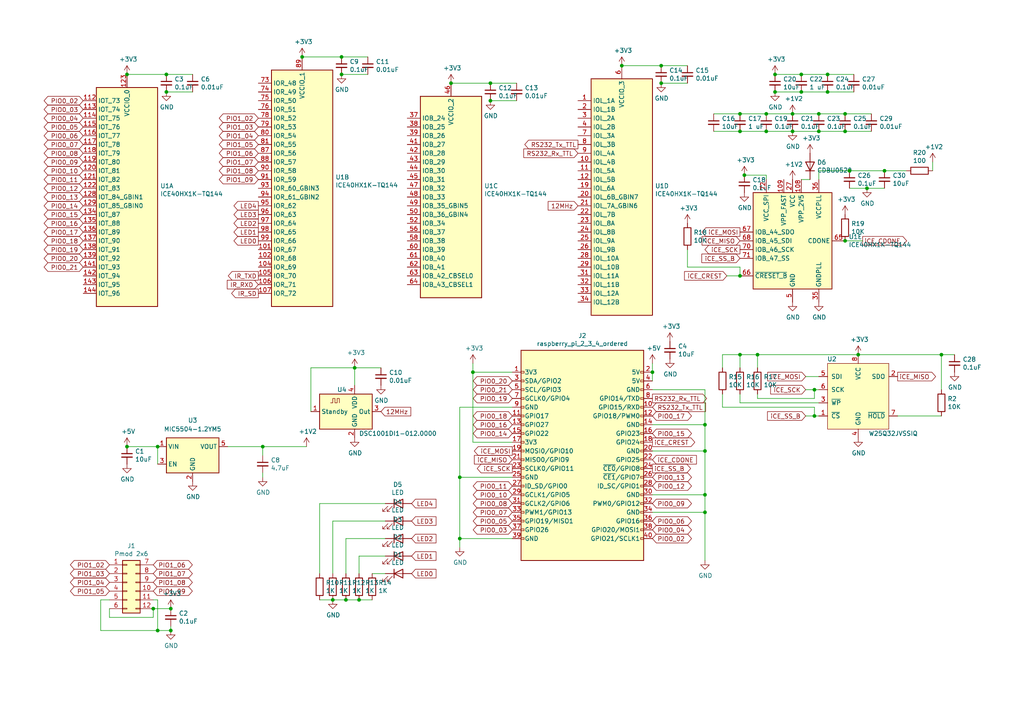
<source format=kicad_sch>
(kicad_sch (version 20211123) (generator eeschema)
  (paper "A4")
  (title_block (title "ice4pi-2.3"))
  (junction (at 189.23 107.95))
  (junction (at 237.49 33.02))
  (junction (at 99.06 21.59))
  (junction (at 251.46 54.61))
  (junction (at 142.24 29.21))
  (junction (at 96.52 173.99))
  (junction (at 133.35 156.21))
  (junction (at 48.26 26.67))
  (junction (at 44.45 176.53))
  (junction (at 36.83 21.59))
  (junction (at 45.72 129.54))
  (junction (at 214.63 38.1))
  (junction (at 191.77 24.13))
  (junction (at 130.81 24.13))
  (junction (at 48.26 21.59))
  (junction (at 100.33 173.99))
  (junction (at 248.92 102.87))
  (junction (at 240.03 26.67))
  (junction (at 232.41 26.67))
  (junction (at 222.25 33.02))
  (junction (at 215.9 50.8))
  (junction (at 133.35 138.43))
  (junction (at 214.63 33.02))
  (junction (at 214.63 102.87))
  (junction (at 245.11 33.02))
  (junction (at 219.71 102.87))
  (junction (at 222.25 38.1))
  (junction (at 236.22 113.03))
  (junction (at 49.53 176.53))
  (junction (at 245.11 38.1))
  (junction (at 204.47 123.19))
  (junction (at 214.63 80.01))
  (junction (at 245.11 69.85))
  (junction (at 229.87 38.1))
  (junction (at 49.53 182.88))
  (junction (at 229.87 33.02))
  (junction (at 232.41 21.59))
  (junction (at 273.05 102.87))
  (junction (at 102.87 106.68))
  (junction (at 36.83 129.54))
  (junction (at 237.49 38.1))
  (junction (at 191.77 19.05))
  (junction (at 256.54 49.53))
  (junction (at 224.79 21.59))
  (junction (at 87.63 16.51))
  (junction (at 236.22 120.65))
  (junction (at 246.38 49.53))
  (junction (at 240.03 21.59))
  (junction (at 76.2 129.54))
  (junction (at 180.34 19.05))
  (junction (at 137.16 107.95))
  (junction (at 224.79 26.67))
  (junction (at 204.47 148.59))
  (junction (at 99.06 16.51))
  (junction (at 104.14 173.99))
  (junction (at 45.72 182.88))
  (junction (at 204.47 130.81))
  (junction (at 142.24 24.13))
  (junction (at 204.47 143.51))
  (wire (pts (xy 90.17 106.68) (xy 90.17 119.38)))
  (wire (pts (xy 45.72 182.88) (xy 49.53 182.88)))
  (wire (pts (xy 237.49 49.53) (xy 246.38 49.53)))
  (wire (pts (xy 137.16 107.95) (xy 137.16 105.41)))
  (wire (pts (xy 99.06 21.59) (xy 106.68 21.59)))
  (wire (pts (xy 232.41 26.67) (xy 240.03 26.67)))
  (wire (pts (xy 189.23 113.03) (xy 204.47 113.03)))
  (wire (pts (xy 273.05 113.03) (xy 273.05 102.87)))
  (wire (pts (xy 189.23 107.95) (xy 189.23 105.41)))
  (wire (pts (xy 96.52 151.13) (xy 96.52 166.37)))
  (wire (pts (xy 245.11 38.1) (xy 252.73 38.1)))
  (wire (pts (xy 133.35 156.21) (xy 133.35 158.75)))
  (wire (pts (xy 55.88 21.59) (xy 48.26 21.59)))
  (wire (pts (xy 111.76 151.13) (xy 96.52 151.13)))
  (wire (pts (xy 107.95 173.99) (xy 104.14 173.99)))
  (wire (pts (xy 237.49 38.1) (xy 245.11 38.1)))
  (wire (pts (xy 96.52 173.99) (xy 92.71 173.99)))
  (wire (pts (xy 245.11 33.02) (xy 252.73 33.02)))
  (wire (pts (xy 76.2 138.43) (xy 76.2 137.16)))
  (wire (pts (xy 29.21 173.99) (xy 29.21 182.88)))
  (wire (pts (xy 222.25 33.02) (xy 229.87 33.02)))
  (wire (pts (xy 44.45 179.07) (xy 44.45 176.53)))
  (wire (pts (xy 199.39 72.39) (xy 199.39 77.47)))
  (wire (pts (xy 214.63 77.47) (xy 214.63 80.01)))
  (wire (pts (xy 142.24 24.13) (xy 130.81 24.13)))
  (wire (pts (xy 207.01 38.1) (xy 214.63 38.1)))
  (wire (pts (xy 219.71 102.87) (xy 248.92 102.87)))
  (wire (pts (xy 214.63 38.1) (xy 222.25 38.1)))
  (wire (pts (xy 102.87 106.68) (xy 110.49 106.68)))
  (wire (pts (xy 149.86 24.13) (xy 142.24 24.13)))
  (wire (pts (xy 214.63 106.68) (xy 214.63 102.87)))
  (wire (pts (xy 229.87 38.1) (xy 237.49 38.1)))
  (wire (pts (xy 219.71 115.57) (xy 219.71 114.3)))
  (wire (pts (xy 92.71 166.37) (xy 92.71 146.05)))
  (wire (pts (xy 44.45 176.53) (xy 49.53 176.53)))
  (wire (pts (xy 256.54 49.53) (xy 246.38 49.53)))
  (wire (pts (xy 273.05 102.87) (xy 248.92 102.87)))
  (wire (pts (xy 214.63 116.84) (xy 214.63 114.3)))
  (wire (pts (xy 48.26 21.59) (xy 36.83 21.59)))
  (wire (pts (xy 204.47 143.51) (xy 204.47 148.59)))
  (wire (pts (xy 236.22 120.65) (xy 236.22 118.11)))
  (wire (pts (xy 250.19 69.85) (xy 245.11 69.85)))
  (wire (pts (xy 133.35 138.43) (xy 133.35 156.21)))
  (wire (pts (xy 148.59 138.43) (xy 133.35 138.43)))
  (wire (pts (xy 31.75 179.07) (xy 44.45 179.07)))
  (wire (pts (xy 270.51 46.99) (xy 270.51 49.53)))
  (wire (pts (xy 209.55 106.68) (xy 209.55 102.87)))
  (wire (pts (xy 100.33 156.21) (xy 100.33 166.37)))
  (wire (pts (xy 189.23 107.95) (xy 189.23 110.49)))
  (wire (pts (xy 137.16 128.27) (xy 148.59 128.27)))
  (wire (pts (xy 222.25 38.1) (xy 229.87 38.1)))
  (wire (pts (xy 219.71 106.68) (xy 219.71 102.87)))
  (wire (pts (xy 106.68 16.51) (xy 99.06 16.51)))
  (wire (pts (xy 237.49 52.07) (xy 237.49 49.53)))
  (wire (pts (xy 237.49 113.03) (xy 236.22 113.03)))
  (wire (pts (xy 48.26 26.67) (xy 55.88 26.67)))
  (wire (pts (xy 209.55 102.87) (xy 214.63 102.87)))
  (wire (pts (xy 189.23 143.51) (xy 204.47 143.51)))
  (wire (pts (xy 107.95 166.37) (xy 111.76 166.37)))
  (wire (pts (xy 232.41 21.59) (xy 240.03 21.59)))
  (wire (pts (xy 240.03 21.59) (xy 247.65 21.59)))
  (wire (pts (xy 66.04 129.54) (xy 76.2 129.54)))
  (wire (pts (xy 45.72 173.99) (xy 44.45 173.99)))
  (wire (pts (xy 224.79 26.67) (xy 232.41 26.67)))
  (wire (pts (xy 137.16 107.95) (xy 137.16 128.27)))
  (wire (pts (xy 148.59 156.21) (xy 133.35 156.21)))
  (wire (pts (xy 76.2 132.08) (xy 76.2 129.54)))
  (wire (pts (xy 204.47 123.19) (xy 204.47 130.81)))
  (wire (pts (xy 189.23 148.59) (xy 204.47 148.59)))
  (wire (pts (xy 49.53 182.88) (xy 49.53 181.61)))
  (wire (pts (xy 29.21 182.88) (xy 45.72 182.88)))
  (wire (pts (xy 142.24 29.21) (xy 149.86 29.21)))
  (wire (pts (xy 251.46 54.61) (xy 256.54 54.61)))
  (wire (pts (xy 100.33 173.99) (xy 96.52 173.99)))
  (wire (pts (xy 99.06 16.51) (xy 87.63 16.51)))
  (wire (pts (xy 260.35 120.65) (xy 273.05 120.65)))
  (wire (pts (xy 189.23 130.81) (xy 204.47 130.81)))
  (wire (pts (xy 207.01 33.02) (xy 214.63 33.02)))
  (wire (pts (xy 224.79 21.59) (xy 232.41 21.59)))
  (wire (pts (xy 148.59 107.95) (xy 137.16 107.95)))
  (wire (pts (xy 236.22 118.11) (xy 209.55 118.11)))
  (wire (pts (xy 111.76 156.21) (xy 100.33 156.21)))
  (wire (pts (xy 209.55 118.11) (xy 209.55 114.3)))
  (wire (pts (xy 191.77 24.13) (xy 199.39 24.13)))
  (wire (pts (xy 237.49 120.65) (xy 236.22 120.65)))
  (wire (pts (xy 36.83 129.54) (xy 45.72 129.54)))
  (wire (pts (xy 92.71 146.05) (xy 111.76 146.05)))
  (wire (pts (xy 214.63 33.02) (xy 222.25 33.02)))
  (wire (pts (xy 199.39 77.47) (xy 214.63 77.47)))
  (wire (pts (xy 229.87 33.02) (xy 237.49 33.02)))
  (wire (pts (xy 236.22 115.57) (xy 219.71 115.57)))
  (wire (pts (xy 237.49 33.02) (xy 245.11 33.02)))
  (wire (pts (xy 222.25 52.07) (xy 222.25 50.8)))
  (wire (pts (xy 102.87 106.68) (xy 90.17 106.68)))
  (wire (pts (xy 276.86 102.87) (xy 273.05 102.87)))
  (wire (pts (xy 45.72 129.54) (xy 45.72 134.62)))
  (wire (pts (xy 262.89 49.53) (xy 256.54 49.53)))
  (wire (pts (xy 237.49 109.22) (xy 233.68 109.22)))
  (wire (pts (xy 148.59 118.11) (xy 133.35 118.11)))
  (wire (pts (xy 204.47 130.81) (xy 204.47 143.51)))
  (wire (pts (xy 246.38 54.61) (xy 251.46 54.61)))
  (wire (pts (xy 191.77 19.05) (xy 180.34 19.05)))
  (wire (pts (xy 232.41 52.07) (xy 234.95 52.07)))
  (wire (pts (xy 102.87 111.76) (xy 102.87 106.68)))
  (wire (pts (xy 199.39 19.05) (xy 191.77 19.05)))
  (wire (pts (xy 204.47 162.56) (xy 204.47 148.59)))
  (wire (pts (xy 111.76 161.29) (xy 104.14 161.29)))
  (wire (pts (xy 31.75 176.53) (xy 31.75 179.07)))
  (wire (pts (xy 189.23 123.19) (xy 204.47 123.19)))
  (wire (pts (xy 236.22 113.03) (xy 233.68 113.03)))
  (wire (pts (xy 222.25 50.8) (xy 215.9 50.8)))
  (wire (pts (xy 76.2 129.54) (xy 88.9 129.54)))
  (wire (pts (xy 214.63 102.87) (xy 219.71 102.87)))
  (wire (pts (xy 240.03 26.67) (xy 247.65 26.67)))
  (wire (pts (xy 45.72 182.88) (xy 45.72 173.99)))
  (wire (pts (xy 214.63 116.84) (xy 237.49 116.84)))
  (wire (pts (xy 236.22 120.65) (xy 233.68 120.65)))
  (wire (pts (xy 214.63 80.01) (xy 210.82 80.01)))
  (wire (pts (xy 204.47 113.03) (xy 204.47 123.19)))
  (wire (pts (xy 236.22 113.03) (xy 236.22 115.57)))
  (wire (pts (xy 104.14 173.99) (xy 100.33 173.99)))
  (wire (pts (xy 133.35 118.11) (xy 133.35 138.43)))
  (wire (pts (xy 31.75 173.99) (xy 29.21 173.99)))
  (wire (pts (xy 104.14 161.29) (xy 104.14 166.37)))
  (global_label "PIO0_07" (shape bidirectional) (at 24.13 41.91 180) (property "Intersheet References" "${INTERSHEET_REFS}" (effects hide)))
  (global_label "PIO1_03" (shape bidirectional) (at 74.93 36.83 180) (property "Intersheet References" "${INTERSHEET_REFS}" (effects hide)))
  (global_label "iCE_MOSI" (shape output) (at 148.59 130.81 180) (property "Intersheet References" "${INTERSHEET_REFS}" (effects hide)))
  (global_label "PIO1_08" (shape bidirectional) (at 74.93 49.53 180) (property "Intersheet References" "${INTERSHEET_REFS}" (effects hide)))
  (global_label "LED3" (shape input) (at 119.38 151.13 0) (property "Intersheet References" "${INTERSHEET_REFS}" (effects hide)))
  (global_label "iCE_CREST" (shape output) (at 189.23 128.27 0) (property "Intersheet References" "${INTERSHEET_REFS}" (effects hide)))
  (global_label "PIO0_18" (shape bidirectional) (at 24.13 69.85 180) (property "Intersheet References" "${INTERSHEET_REFS}" (effects hide)))
  (global_label "PIO0_18" (shape bidirectional) (at 148.59 120.65 180) (property "Intersheet References" "${INTERSHEET_REFS}" (effects hide)))
  (global_label "PIO0_15" (shape bidirectional) (at 189.23 125.73 0) (property "Intersheet References" "${INTERSHEET_REFS}" (effects hide)))
  (global_label "PIO0_17" (shape bidirectional) (at 189.23 120.65 0) (property "Intersheet References" "${INTERSHEET_REFS}" (effects hide)))
  (global_label "LED1" (shape input) (at 119.38 161.29 0) (property "Intersheet References" "${INTERSHEET_REFS}" (effects hide)))
  (global_label "PIO0_05" (shape bidirectional) (at 24.13 36.83 180) (property "Intersheet References" "${INTERSHEET_REFS}" (effects hide)))
  (global_label "PIO0_20" (shape bidirectional) (at 148.59 110.49 180) (property "Intersheet References" "${INTERSHEET_REFS}" (effects hide)))
  (global_label "LED0" (shape output) (at 74.93 69.85 180) (property "Intersheet References" "${INTERSHEET_REFS}" (effects hide)))
  (global_label "PIO1_06" (shape bidirectional) (at 74.93 44.45 180) (property "Intersheet References" "${INTERSHEET_REFS}" (effects hide)))
  (global_label "PIO0_11" (shape bidirectional) (at 148.59 140.97 180) (property "Intersheet References" "${INTERSHEET_REFS}" (effects hide)))
  (global_label "PIO0_08" (shape bidirectional) (at 148.59 146.05 180) (property "Intersheet References" "${INTERSHEET_REFS}" (effects hide)))
  (global_label "PIO1_09" (shape bidirectional) (at 44.45 171.45 0) (property "Intersheet References" "${INTERSHEET_REFS}" (effects hide)))
  (global_label "iCE_CDONE" (shape output) (at 250.19 69.85 0) (property "Intersheet References" "${INTERSHEET_REFS}" (effects hide)))
  (global_label "iCE_MOSI" (shape output) (at 214.63 67.31 180) (property "Intersheet References" "${INTERSHEET_REFS}" (effects hide)))
  (global_label "PIO0_02" (shape bidirectional) (at 189.23 156.21 0) (property "Intersheet References" "${INTERSHEET_REFS}" (effects hide)))
  (global_label "iCE_MISO" (shape output) (at 260.35 109.22 0) (property "Intersheet References" "${INTERSHEET_REFS}" (effects hide)))
  (global_label "iCE_MISO" (shape input) (at 214.63 69.85 180) (property "Intersheet References" "${INTERSHEET_REFS}" (effects hide)))
  (global_label "PIO1_04" (shape bidirectional) (at 74.93 39.37 180) (property "Intersheet References" "${INTERSHEET_REFS}" (effects hide)))
  (global_label "PIO0_08" (shape bidirectional) (at 24.13 44.45 180) (property "Intersheet References" "${INTERSHEET_REFS}" (effects hide)))
  (global_label "PIO0_06" (shape bidirectional) (at 24.13 39.37 180) (property "Intersheet References" "${INTERSHEET_REFS}" (effects hide)))
  (global_label "12MHz" (shape input) (at 110.49 119.38 0) (property "Intersheet References" "${INTERSHEET_REFS}" (effects hide)))
  (global_label "LED4" (shape input) (at 119.38 146.05 0) (property "Intersheet References" "${INTERSHEET_REFS}" (effects hide)))
  (global_label "LED2" (shape input) (at 119.38 156.21 0) (property "Intersheet References" "${INTERSHEET_REFS}" (effects hide)))
  (global_label "PIO0_06" (shape bidirectional) (at 189.23 151.13 0) (property "Intersheet References" "${INTERSHEET_REFS}" (effects hide)))
  (global_label "PIO0_04" (shape bidirectional) (at 189.23 153.67 0) (property "Intersheet References" "${INTERSHEET_REFS}" (effects hide)))
  (global_label "PIO0_10" (shape bidirectional) (at 148.59 143.51 180) (property "Intersheet References" "${INTERSHEET_REFS}" (effects hide)))
  (global_label "IR_RXD" (shape input) (at 74.93 82.55 180) (property "Intersheet References" "${INTERSHEET_REFS}" (effects hide)))
  (global_label "PIO0_11" (shape bidirectional) (at 24.13 52.07 180) (property "Intersheet References" "${INTERSHEET_REFS}" (effects hide)))
  (global_label "PIO0_12" (shape bidirectional) (at 189.23 140.97 0) (property "Intersheet References" "${INTERSHEET_REFS}" (effects hide)))
  (global_label "iCE_SCK" (shape output) (at 148.59 135.89 180) (property "Intersheet References" "${INTERSHEET_REFS}" (effects hide)))
  (global_label "LED2" (shape output) (at 74.93 64.77 180) (property "Intersheet References" "${INTERSHEET_REFS}" (effects hide)))
  (global_label "PIO0_20" (shape bidirectional) (at 24.13 74.93 180) (property "Intersheet References" "${INTERSHEET_REFS}" (effects hide)))
  (global_label "PIO1_07" (shape bidirectional) (at 44.45 166.37 0) (property "Intersheet References" "${INTERSHEET_REFS}" (effects hide)))
  (global_label "RS232_Rx_TTL" (shape input) (at 167.64 44.45 180) (property "Intersheet References" "${INTERSHEET_REFS}" (effects hide)))
  (global_label "PIO0_14" (shape bidirectional) (at 148.59 125.73 180) (property "Intersheet References" "${INTERSHEET_REFS}" (effects hide)))
  (global_label "PIO0_02" (shape bidirectional) (at 24.13 29.21 180) (property "Intersheet References" "${INTERSHEET_REFS}" (effects hide)))
  (global_label "PIO1_07" (shape bidirectional) (at 74.93 46.99 180) (property "Intersheet References" "${INTERSHEET_REFS}" (effects hide)))
  (global_label "iCE_SS_B" (shape input) (at 214.63 74.93 180) (property "Intersheet References" "${INTERSHEET_REFS}" (effects hide)))
  (global_label "PIO0_05" (shape bidirectional) (at 148.59 151.13 180) (property "Intersheet References" "${INTERSHEET_REFS}" (effects hide)))
  (global_label "IR_TXD" (shape output) (at 74.93 80.01 180) (property "Intersheet References" "${INTERSHEET_REFS}" (effects hide)))
  (global_label "LED1" (shape output) (at 74.93 67.31 180) (property "Intersheet References" "${INTERSHEET_REFS}" (effects hide)))
  (global_label "IR_SD" (shape output) (at 74.93 85.09 180) (property "Intersheet References" "${INTERSHEET_REFS}" (effects hide)))
  (global_label "PIO0_09" (shape bidirectional) (at 189.23 146.05 0) (property "Intersheet References" "${INTERSHEET_REFS}" (effects hide)))
  (global_label "PIO0_04" (shape bidirectional) (at 24.13 34.29 180) (property "Intersheet References" "${INTERSHEET_REFS}" (effects hide)))
  (global_label "PIO1_05" (shape bidirectional) (at 31.75 171.45 180) (property "Intersheet References" "${INTERSHEET_REFS}" (effects hide)))
  (global_label "iCE_SS_B" (shape input) (at 233.68 120.65 180) (property "Intersheet References" "${INTERSHEET_REFS}" (effects hide)))
  (global_label "PIO0_07" (shape bidirectional) (at 148.59 148.59 180) (property "Intersheet References" "${INTERSHEET_REFS}" (effects hide)))
  (global_label "PIO0_19" (shape bidirectional) (at 24.13 72.39 180) (property "Intersheet References" "${INTERSHEET_REFS}" (effects hide)))
  (global_label "PIO1_09" (shape bidirectional) (at 74.93 52.07 180) (property "Intersheet References" "${INTERSHEET_REFS}" (effects hide)))
  (global_label "PIO0_10" (shape bidirectional) (at 24.13 49.53 180) (property "Intersheet References" "${INTERSHEET_REFS}" (effects hide)))
  (global_label "PIO1_06" (shape bidirectional) (at 44.45 163.83 0) (property "Intersheet References" "${INTERSHEET_REFS}" (effects hide)))
  (global_label "LED4" (shape output) (at 74.93 59.69 180) (property "Intersheet References" "${INTERSHEET_REFS}" (effects hide)))
  (global_label "iCE_SCK" (shape output) (at 214.63 72.39 180) (property "Intersheet References" "${INTERSHEET_REFS}" (effects hide)))
  (global_label "PIO1_02" (shape bidirectional) (at 31.75 163.83 180) (property "Intersheet References" "${INTERSHEET_REFS}" (effects hide)))
  (global_label "iCE_MISO" (shape input) (at 148.59 133.35 180) (property "Intersheet References" "${INTERSHEET_REFS}" (effects hide)))
  (global_label "PIO0_15" (shape bidirectional) (at 24.13 62.23 180) (property "Intersheet References" "${INTERSHEET_REFS}" (effects hide)))
  (global_label "PIO1_03" (shape bidirectional) (at 31.75 166.37 180) (property "Intersheet References" "${INTERSHEET_REFS}" (effects hide)))
  (global_label "LED0" (shape input) (at 119.38 166.37 0) (property "Intersheet References" "${INTERSHEET_REFS}" (effects hide)))
  (global_label "iCE_CREST" (shape input) (at 210.82 80.01 180) (property "Intersheet References" "${INTERSHEET_REFS}" (effects hide)))
  (global_label "RS232_Rx_TTL" (shape output) (at 189.23 115.57 0) (property "Intersheet References" "${INTERSHEET_REFS}" (effects hide)))
  (global_label "PIO0_19" (shape bidirectional) (at 148.59 115.57 180) (property "Intersheet References" "${INTERSHEET_REFS}" (effects hide)))
  (global_label "LED3" (shape output) (at 74.93 62.23 180) (property "Intersheet References" "${INTERSHEET_REFS}" (effects hide)))
  (global_label "PIO1_05" (shape bidirectional) (at 74.93 41.91 180) (property "Intersheet References" "${INTERSHEET_REFS}" (effects hide)))
  (global_label "iCE_SCK" (shape input) (at 233.68 113.03 180) (property "Intersheet References" "${INTERSHEET_REFS}" (effects hide)))
  (global_label "PIO1_04" (shape bidirectional) (at 31.75 168.91 180) (property "Intersheet References" "${INTERSHEET_REFS}" (effects hide)))
  (global_label "RS232_Tx_TTL" (shape output) (at 167.64 41.91 180) (property "Intersheet References" "${INTERSHEET_REFS}" (effects hide)))
  (global_label "iCE_MOSI" (shape input) (at 233.68 109.22 180) (property "Intersheet References" "${INTERSHEET_REFS}" (effects hide)))
  (global_label "PIO0_17" (shape bidirectional) (at 24.13 67.31 180) (property "Intersheet References" "${INTERSHEET_REFS}" (effects hide)))
  (global_label "PIO0_14" (shape bidirectional) (at 24.13 59.69 180) (property "Intersheet References" "${INTERSHEET_REFS}" (effects hide)))
  (global_label "PIO0_03" (shape bidirectional) (at 24.13 31.75 180) (property "Intersheet References" "${INTERSHEET_REFS}" (effects hide)))
  (global_label "PIO1_08" (shape bidirectional) (at 44.45 168.91 0) (property "Intersheet References" "${INTERSHEET_REFS}" (effects hide)))
  (global_label "iCE_SS_B" (shape output) (at 189.23 135.89 0) (property "Intersheet References" "${INTERSHEET_REFS}" (effects hide)))
  (global_label "PIO0_16" (shape bidirectional) (at 24.13 64.77 180) (property "Intersheet References" "${INTERSHEET_REFS}" (effects hide)))
  (global_label "PIO0_12" (shape bidirectional) (at 24.13 54.61 180) (property "Intersheet References" "${INTERSHEET_REFS}" (effects hide)))
  (global_label "PIO0_03" (shape bidirectional) (at 148.59 153.67 180) (property "Intersheet References" "${INTERSHEET_REFS}" (effects hide)))
  (global_label "PIO1_02" (shape bidirectional) (at 74.93 34.29 180) (property "Intersheet References" "${INTERSHEET_REFS}" (effects hide)))
  (global_label "PIO0_16" (shape bidirectional) (at 148.59 123.19 180) (property "Intersheet References" "${INTERSHEET_REFS}" (effects hide)))
  (global_label "iCE_CDONE" (shape input) (at 189.23 133.35 0) (property "Intersheet References" "${INTERSHEET_REFS}" (effects hide)))
  (global_label "RS232_Tx_TTL" (shape input) (at 189.23 118.11 0) (property "Intersheet References" "${INTERSHEET_REFS}" (effects hide)))
  (global_label "PIO0_21" (shape bidirectional) (at 24.13 77.47 180) (property "Intersheet References" "${INTERSHEET_REFS}" (effects hide)))
  (global_label "PIO0_21" (shape bidirectional) (at 148.59 113.03 180) (property "Intersheet References" "${INTERSHEET_REFS}" (effects hide)))
  (global_label "PIO0_13" (shape bidirectional) (at 189.23 138.43 0) (property "Intersheet References" "${INTERSHEET_REFS}" (effects hide)))
  (global_label "PIO0_09" (shape bidirectional) (at 24.13 46.99 180) (property "Intersheet References" "${INTERSHEET_REFS}" (effects hide)))
  (global_label "12MHz" (shape input) (at 167.64 59.69 180) (property "Intersheet References" "${INTERSHEET_REFS}" (effects hide)))
  (global_label "PIO0_13" (shape bidirectional) (at 24.13 57.15 180) (property "Intersheet References" "${INTERSHEET_REFS}" (effects hide)))
  (symbol (lib_id "FPGA_Lattice:ICE40HX1K-TQ144") (at 36.83 57.15 0) (unit 1)
    (property "Reference" "U1" (at 46.482 53.9242 0) (effects (justify left)))
    (property "Value" "ICE40HX1K-TQ144" (at 46.482 56.2356 0) (effects (justify left)))
    (property "Footprint" "Package_QFP:TQFP-144_20x20mm_P0.5mm" (effects hide))
    (property "Datasheet" "http://www.latticesemi.com/Products/FPGAandCPLD/iCE40" (effects hide))
  )
  (symbol (lib_id "FPGA_Lattice:ICE40HX1K-TQ144") (at 87.63 54.61 0) (unit 2)
    (property "Reference" "U1" (at 97.282 51.3842 0) (effects (justify left)))
    (property "Value" "ICE40HX1K-TQ144" (at 97.282 53.6956 0) (effects (justify left)))
    (property "Footprint" "Package_QFP:TQFP-144_20x20mm_P0.5mm" (effects hide))
    (property "Datasheet" "http://www.latticesemi.com/Products/FPGAandCPLD/iCE40" (effects hide))
  )
  (symbol (lib_id "FPGA_Lattice:ICE40HX1K-TQ144") (at 130.81 57.15 0) (unit 3)
    (property "Reference" "U1" (at 140.462 53.9242 0) (effects (justify left)))
    (property "Value" "ICE40HX1K-TQ144" (at 140.462 56.2356 0) (effects (justify left)))
    (property "Footprint" "Package_QFP:TQFP-144_20x20mm_P0.5mm" (effects hide))
    (property "Datasheet" "http://www.latticesemi.com/Products/FPGAandCPLD/iCE40" (effects hide))
  )
  (symbol (lib_id "FPGA_Lattice:ICE40HX1K-TQ144") (at 180.34 57.15 0) (unit 4)
    (property "Reference" "U1" (at 189.992 53.9242 0) (effects (justify left)))
    (property "Value" "ICE40HX1K-TQ144" (at 189.992 56.2356 0) (effects (justify left)))
    (property "Footprint" "Package_QFP:TQFP-144_20x20mm_P0.5mm" (effects hide))
    (property "Datasheet" "http://www.latticesemi.com/Products/FPGAandCPLD/iCE40" (effects hide))
    (property "PN" "ICE40HX1K-TQ144" (effects hide))
  )
  (symbol (lib_id "FPGA_Lattice:ICE40HX1K-TQ144") (at 229.87 69.85 0) (unit 5)
    (property "Reference" "U1" (at 246.1514 68.6816 0) (effects (justify left)))
    (property "Value" "ICE40HX1K-TQ144" (at 246.1514 70.993 0) (effects (justify left)))
    (property "Footprint" "Package_QFP:TQFP-144_20x20mm_P0.5mm" (effects hide))
    (property "Datasheet" "http://www.latticesemi.com/Products/FPGAandCPLD/iCE40" (effects hide))
  )
  (symbol (lib_id "power:GND") (at 229.87 87.63 0) (unit 1)
    (property "Reference" "#PWR0101" (effects hide))
    (property "Value" "GND" (at 229.997 92.0242 0))
  )
  (symbol (lib_id "ice4pi:N25Q032A13ESC40F") (at 248.92 115.57 0) (unit 1)
    (property "Reference" "U2" (at 241.3 104.14 0))
    (property "Value" "W25Q32JVSSIQ" (at 259.08 125.73 0))
    (property "Footprint" "Package_SO:SOIC-8_3.9x4.9mm_P1.27mm" (effects hide))
    (property "PN" "W25Q32JVSNIQ" (effects hide))
  )
  (symbol (lib_id "power:GND") (at 248.92 127 0) (unit 1)
    (property "Reference" "#PWR0102" (effects hide))
    (property "Value" "GND" (at 249.047 131.3942 0))
  )
  (symbol (lib_id "power:+3.3V") (at 248.92 102.87 0) (unit 1)
    (property "Reference" "#PWR0103" (effects hide))
    (property "Value" "+3.3V" (at 249.301 98.4758 0))
  )
  (symbol (lib_id "Device:R") (at 273.05 116.84 0) (unit 1)
    (property "Reference" "R2" (at 274.828 115.6716 0) (effects (justify left)))
    (property "Value" "10K" (at 274.828 117.983 0) (effects (justify left)))
    (property "Footprint" "Resistor_SMD:R_0402_1005Metric" (effects hide))
    (property "PN" "ERJ-2GEJ103X" (effects hide))
  )
  (symbol (lib_id "Oscillator:ASDMB-xxxMHz") (at 100.33 119.38 0) (unit 1)
    (property "Reference" "U4" (at 97.79 113.03 0) (effects (justify left)))
    (property "Value" "DSC1001DI1-012.0000" (at 104.14 125.73 0) (effects (justify left)))
    (property "Footprint" "Oscillator:Oscillator_SMD_Abracon_ASDMB-4Pin_2.5x2.0mm" (effects hide))
    (property "Datasheet" "https://abracon.com/Oscillators/ASDMB.pdf" (effects hide))
    (property "PN" "DSC1001DI1-012.0000 " (effects hide))
  )
  (symbol (lib_id "power:GND") (at 102.87 127 0) (unit 1)
    (property "Reference" "#PWR0104" (effects hide))
    (property "Value" "GND" (at 102.997 131.3942 0))
  )
  (symbol (lib_id "power:+3.3V") (at 102.87 106.68 0) (unit 1)
    (property "Reference" "#PWR0105" (effects hide))
    (property "Value" "+3.3V" (at 103.251 102.2858 0))
  )
  (symbol (lib_id "Device:C_Small") (at 110.49 109.22 0) (unit 1)
    (property "Reference" "C10" (at 112.8268 108.0516 0) (effects (justify left)))
    (property "Value" "0.01uF" (at 112.8268 110.363 0) (effects (justify left)))
    (property "Footprint" "Capacitor_SMD:C_0402_1005Metric" (effects hide))
    (property "PN" "885012205012" (effects hide))
  )
  (symbol (lib_id "power:GND") (at 110.49 111.76 0) (unit 1)
    (property "Reference" "#PWR0106" (effects hide))
    (property "Value" "GND" (at 110.617 116.1542 0))
  )
  (symbol (lib_id "power:GND") (at 237.49 87.63 0) (unit 1)
    (property "Reference" "#PWR0107" (effects hide))
    (property "Value" "GND" (at 237.617 92.0242 0))
  )
  (symbol (lib_id "Device:C_Small") (at 246.38 52.07 0) (unit 1)
    (property "Reference" "C26" (at 248.7168 50.9016 0) (effects (justify left)))
    (property "Value" "0.1uF" (at 248.7168 53.213 0) (effects (justify left)))
    (property "Footprint" "Capacitor_SMD:C_0402_1005Metric" (effects hide))
    (property "PN" "885012205037" (effects hide))
  )
  (symbol (lib_id "Device:C_Small") (at 256.54 52.07 0) (unit 1)
    (property "Reference" "C30" (at 258.8768 50.9016 0) (effects (justify left)))
    (property "Value" "10uF" (at 258.8768 53.213 0) (effects (justify left)))
    (property "Footprint" "Capacitor_SMD:C_0402_1005Metric" (effects hide))
    (property "PN" "ZRB15XR61A106ME01D" (effects hide))
  )
  (symbol (lib_id "Device:R") (at 266.7 49.53 270) (unit 1)
    (property "Reference" "R20" (at 266.7 44.2722 90))
    (property "Value" "100" (at 266.7 46.5836 90))
    (property "Footprint" "Resistor_SMD:R_0402_1005Metric" (effects hide))
    (property "PN" "ERJ-2GEJ101X" (effects hide))
  )
  (symbol (lib_id "power:+1V2") (at 270.51 46.99 0) (unit 1)
    (property "Reference" "#PWR0108" (effects hide))
    (property "Value" "+1V2" (at 270.891 42.5958 0))
  )
  (symbol (lib_id "power:GND") (at 251.46 54.61 0) (unit 1)
    (property "Reference" "#PWR0109" (effects hide))
    (property "Value" "GND" (at 251.587 59.0042 0))
  )
  (symbol (lib_id "power:+3.3V") (at 215.9 50.8 0) (unit 1)
    (property "Reference" "#PWR0110" (effects hide))
    (property "Value" "+3.3V" (at 216.281 46.4058 0))
    (property "Footprint" "LED_SMD:LED_0402_1005Metric" (effects hide))
    (property "PN" "SML-LX0603GW-TR" (effects hide))
  )
  (symbol (lib_id "Device:C_Small") (at 215.9 53.34 0) (unit 1)
    (property "Reference" "C18" (at 218.2368 52.1716 0) (effects (justify left)))
    (property "Value" "0.1uF" (at 218.2368 54.483 0) (effects (justify left)))
    (property "Footprint" "Capacitor_SMD:C_0402_1005Metric" (effects hide))
    (property "PN" "885012205037" (effects hide))
  )
  (symbol (lib_id "power:GND") (at 215.9 55.88 0) (unit 1)
    (property "Reference" "#PWR0111" (effects hide))
    (property "Value" "GND" (at 216.027 60.2742 0))
  )
  (symbol (lib_id "Device:R") (at 214.63 110.49 0) (unit 1)
    (property "Reference" "R16" (at 216.408 109.3216 0) (effects (justify left)))
    (property "Value" "10K" (at 216.408 111.633 0) (effects (justify left)))
    (property "Footprint" "Resistor_SMD:R_0402_1005Metric" (effects hide))
    (property "PN" "ERJ-2GEJ103X" (effects hide))
  )
  (symbol (lib_id "Device:R") (at 219.71 110.49 0) (unit 1)
    (property "Reference" "R17" (at 221.488 109.3216 0) (effects (justify left)))
    (property "Value" "10K" (at 221.488 111.633 0) (effects (justify left)))
    (property "Footprint" "Resistor_SMD:R_0402_1005Metric" (effects hide))
    (property "PN" "ERJ-2GEJ103X" (effects hide))
  )
  (symbol (lib_id "Device:R") (at 209.55 110.49 0) (unit 1)
    (property "Reference" "R15" (at 211.328 109.3216 0) (effects (justify left)))
    (property "Value" "10K" (at 211.328 111.633 0) (effects (justify left)))
    (property "Footprint" "Resistor_SMD:R_0402_1005Metric" (effects hide))
    (property "PN" "ERJ-2GEJ103X" (effects hide))
  )
  (symbol (lib_id "Device:C_Small") (at 276.86 105.41 0) (unit 1)
    (property "Reference" "C28" (at 279.1968 104.2416 0) (effects (justify left)))
    (property "Value" "0.1uF" (at 279.1968 106.553 0) (effects (justify left)))
    (property "Footprint" "Capacitor_SMD:C_0402_1005Metric" (effects hide))
    (property "PN" "885012205037" (effects hide))
  )
  (symbol (lib_id "power:GND") (at 276.86 107.95 0) (unit 1)
    (property "Reference" "#PWR0112" (effects hide))
    (property "Value" "GND" (at 276.987 112.3442 0))
  )
  (symbol (lib_id "power:+1V2") (at 229.87 33.02 0) (unit 1)
    (property "Reference" "#PWR0113" (effects hide))
    (property "Value" "+1V2" (at 230.251 28.6258 0))
  )
  (symbol (lib_id "Device:C_Small") (at 222.25 35.56 0) (unit 1)
    (property "Reference" "C19" (at 224.5868 34.3916 0) (effects (justify left)))
    (property "Value" "0.1uF" (at 224.5868 36.703 0) (effects (justify left)))
    (property "Footprint" "Capacitor_SMD:C_0402_1005Metric" (effects hide))
    (property "PN" "885012205037" (effects hide))
  )
  (symbol (lib_id "Device:C_Small") (at 229.87 35.56 0) (unit 1)
    (property "Reference" "C21" (at 232.2068 34.3916 0) (effects (justify left)))
    (property "Value" "0.1uF" (at 232.2068 36.703 0) (effects (justify left)))
    (property "Footprint" "Capacitor_SMD:C_0402_1005Metric" (effects hide))
    (property "PN" "885012205037" (effects hide))
  )
  (symbol (lib_id "Device:C_Small") (at 237.49 35.56 0) (unit 1)
    (property "Reference" "C23" (at 239.8268 34.3916 0) (effects (justify left)))
    (property "Value" "0.1uF" (at 239.8268 36.703 0) (effects (justify left)))
    (property "Footprint" "Capacitor_SMD:C_0402_1005Metric" (effects hide))
    (property "PN" "885012205037" (effects hide))
  )
  (symbol (lib_id "Device:C_Small") (at 245.11 35.56 0) (unit 1)
    (property "Reference" "C25" (at 247.4468 34.3916 0) (effects (justify left)))
    (property "Value" "0.1uF" (at 247.4468 36.703 0) (effects (justify left)))
    (property "Footprint" "Capacitor_SMD:C_0402_1005Metric" (effects hide))
    (property "PN" "885012205037" (effects hide))
  )
  (symbol (lib_id "Device:C_Small") (at 252.73 35.56 0) (unit 1)
    (property "Reference" "C29" (at 255.0668 34.3916 0) (effects (justify left)))
    (property "Value" "0.01uF" (at 255.0668 36.703 0) (effects (justify left)))
    (property "Footprint" "Capacitor_SMD:C_0402_1005Metric" (effects hide))
    (property "PN" "885012205012" (effects hide))
  )
  (symbol (lib_id "Device:C_Small") (at 214.63 35.56 0) (unit 1)
    (property "Reference" "C17" (at 216.9668 34.3916 0) (effects (justify left)))
    (property "Value" "1 uF" (at 216.9668 36.703 0) (effects (justify left)))
    (property "Footprint" "Capacitor_SMD:C_0402_1005Metric" (effects hide))
    (property "PN" "885012105012" (effects hide))
  )
  (symbol (lib_id "Device:C_Small") (at 207.01 35.56 0) (unit 1)
    (property "Reference" "C16" (at 209.3468 34.3916 0) (effects (justify left)))
    (property "Value" "10uF" (at 209.3468 36.703 0) (effects (justify left)))
    (property "Footprint" "Capacitor_SMD:C_0402_1005Metric" (effects hide))
    (property "PN" "ZRB15XR61A106ME01D" (effects hide))
  )
  (symbol (lib_id "power:GND") (at 229.87 38.1 0) (unit 1)
    (property "Reference" "#PWR0114" (effects hide))
    (property "Value" "GND" (at 229.997 42.4942 0))
  )
  (symbol (lib_id "power:+1V2") (at 229.87 52.07 0) (unit 1)
    (property "Reference" "#PWR0115" (effects hide))
    (property "Value" "+1V2" (at 230.251 47.6758 0))
  )
  (symbol (lib_id "Device:C_Small") (at 224.79 24.13 0) (unit 1)
    (property "Reference" "C20" (at 227.1268 22.9616 0) (effects (justify left)))
    (property "Value" "10uF" (at 227.1268 25.273 0) (effects (justify left)))
    (property "Footprint" "Capacitor_SMD:C_0402_1005Metric" (effects hide))
    (property "PN" "ZRB15XR61A106ME01D" (effects hide))
  )
  (symbol (lib_id "Device:C_Small") (at 232.41 24.13 0) (unit 1)
    (property "Reference" "C22" (at 234.7468 22.9616 0) (effects (justify left)))
    (property "Value" "1 uF" (at 234.7468 25.273 0) (effects (justify left)))
    (property "Footprint" "Capacitor_SMD:C_0402_1005Metric" (effects hide))
    (property "PN" "885012105012" (effects hide))
  )
  (symbol (lib_id "Device:C_Small") (at 240.03 24.13 0) (unit 1)
    (property "Reference" "C24" (at 242.3668 22.9616 0) (effects (justify left)))
    (property "Value" "0.1uF" (at 242.3668 25.273 0) (effects (justify left)))
    (property "Footprint" "Capacitor_SMD:C_0402_1005Metric" (effects hide))
    (property "PN" "885012205037" (effects hide))
  )
  (symbol (lib_id "Device:C_Small") (at 247.65 24.13 0) (unit 1)
    (property "Reference" "C27" (at 249.9868 22.9616 0) (effects (justify left)))
    (property "Value" "0.01uF" (at 249.9868 25.273 0) (effects (justify left)))
    (property "Footprint" "Capacitor_SMD:C_0402_1005Metric" (effects hide))
    (property "PN" "885012205012" (effects hide))
  )
  (symbol (lib_id "power:GND") (at 224.79 26.67 0) (unit 1)
    (property "Reference" "#PWR0116" (effects hide))
    (property "Value" "GND" (at 224.917 31.0642 0))
  )
  (symbol (lib_id "power:+3.3V") (at 224.79 21.59 0) (unit 1)
    (property "Reference" "#PWR0117" (effects hide))
    (property "Value" "+3.3V" (at 225.171 17.1958 0))
  )
  (symbol (lib_id "power:+3.3V") (at 36.83 21.59 0) (unit 1)
    (property "Reference" "#PWR0118" (effects hide))
    (property "Value" "+3.3V" (at 37.211 17.1958 0))
  )
  (symbol (lib_id "Device:C_Small") (at 48.26 24.13 0) (unit 1)
    (property "Reference" "C3" (at 50.5968 22.9616 0) (effects (justify left)))
    (property "Value" "0.1uF" (at 50.5968 25.273 0) (effects (justify left)))
    (property "Footprint" "Capacitor_SMD:C_0402_1005Metric" (effects hide))
    (property "PN" "885012205037" (effects hide))
  )
  (symbol (lib_id "Device:C_Small") (at 55.88 24.13 0) (unit 1)
    (property "Reference" "C6" (at 58.2168 22.9616 0) (effects (justify left)))
    (property "Value" "0.01uF" (at 58.2168 25.273 0) (effects (justify left)))
    (property "Footprint" "Capacitor_SMD:C_0402_1005Metric" (effects hide))
    (property "PN" "885012205012" (effects hide))
  )
  (symbol (lib_id "power:+5V") (at 36.83 129.54 0) (unit 1)
    (property "Reference" "#PWR0129" (effects hide))
    (property "Value" "+5V" (at 37.211 125.1458 0))
  )
  (symbol (lib_id "Device:C_Small") (at 36.83 132.08 0) (unit 1)
    (property "Reference" "C1" (at 39.1668 130.9116 0) (effects (justify left)))
    (property "Value" "10uF" (at 39.1668 133.223 0) (effects (justify left)))
    (property "Footprint" "Capacitor_SMD:C_0402_1005Metric" (effects hide))
    (property "PN" "ZRB15XR61A106ME01D" (effects hide))
  )
  (symbol (lib_id "power:GND") (at 36.83 134.62 0) (unit 1)
    (property "Reference" "#PWR0130" (effects hide))
    (property "Value" "GND" (at 36.957 139.0142 0))
  )
  (symbol (lib_id "power:GND") (at 48.26 26.67 0) (unit 1)
    (property "Reference" "#PWR0119" (effects hide))
    (property "Value" "GND" (at 48.387 31.0642 0))
  )
  (symbol (lib_id "Device:C_Small") (at 99.06 19.05 0) (unit 1)
    (property "Reference" "C9" (at 101.3968 17.8816 0) (effects (justify left)))
    (property "Value" "0.1uF" (at 101.3968 20.193 0) (effects (justify left)))
    (property "Footprint" "Capacitor_SMD:C_0402_1005Metric" (effects hide))
    (property "PN" "885012205037" (effects hide))
  )
  (symbol (lib_id "Device:C_Small") (at 106.68 19.05 0) (unit 1)
    (property "Reference" "C11" (at 109.0168 17.8816 0) (effects (justify left)))
    (property "Value" "0.01uF" (at 109.0168 20.193 0) (effects (justify left)))
    (property "Footprint" "Capacitor_SMD:C_0402_1005Metric" (effects hide))
    (property "PN" "885012205012" (effects hide))
  )
  (symbol (lib_id "power:GND") (at 99.06 21.59 0) (unit 1)
    (property "Reference" "#PWR0120" (effects hide))
    (property "Value" "GND" (at 99.187 25.9842 0))
  )
  (symbol (lib_id "Device:C_Small") (at 142.24 26.67 0) (unit 1)
    (property "Reference" "C12" (at 144.5768 25.5016 0) (effects (justify left)))
    (property "Value" "0.1uF" (at 144.5768 27.813 0) (effects (justify left)))
    (property "Footprint" "Capacitor_SMD:C_0402_1005Metric" (effects hide))
    (property "PN" "885012205037" (effects hide))
  )
  (symbol (lib_id "Device:C_Small") (at 149.86 26.67 0) (unit 1)
    (property "Reference" "C13" (at 152.1968 25.5016 0) (effects (justify left)))
    (property "Value" "0.01uF" (at 152.1968 27.813 0) (effects (justify left)))
    (property "Footprint" "Capacitor_SMD:C_0402_1005Metric" (effects hide))
    (property "PN" "885012205012" (effects hide))
  )
  (symbol (lib_id "power:GND") (at 142.24 29.21 0) (unit 1)
    (property "Reference" "#PWR0121" (effects hide))
    (property "Value" "GND" (at 142.367 33.6042 0))
  )
  (symbol (lib_id "Device:C_Small") (at 191.77 21.59 0) (unit 1)
    (property "Reference" "C14" (at 194.1068 20.4216 0) (effects (justify left)))
    (property "Value" "0.1uF" (at 194.1068 22.733 0) (effects (justify left)))
    (property "Footprint" "Capacitor_SMD:C_0402_1005Metric" (effects hide))
    (property "PN" "885012205037" (effects hide))
  )
  (symbol (lib_id "Device:C_Small") (at 199.39 21.59 0) (unit 1)
    (property "Reference" "C15" (at 201.7268 20.4216 0) (effects (justify left)))
    (property "Value" "0.01uF" (at 201.7268 22.733 0) (effects (justify left)))
    (property "Footprint" "Capacitor_SMD:C_0402_1005Metric" (effects hide))
    (property "PN" "885012205012" (effects hide))
  )
  (symbol (lib_id "power:GND") (at 191.77 24.13 0) (unit 1)
    (property "Reference" "#PWR0122" (effects hide))
    (property "Value" "GND" (at 191.897 28.5242 0))
  )
  (symbol (lib_id "power:+3.3V") (at 180.34 19.05 0) (unit 1)
    (property "Reference" "#PWR0123" (effects hide))
    (property "Value" "+3.3V" (at 180.721 14.6558 0))
  )
  (symbol (lib_id "power:+3.3V") (at 130.81 24.13 0) (unit 1)
    (property "Reference" "#PWR0124" (effects hide))
    (property "Value" "+3.3V" (at 131.191 19.7358 0))
  )
  (symbol (lib_id "power:+3.3V") (at 87.63 16.51 0) (unit 1)
    (property "Reference" "#PWR0125" (effects hide))
    (property "Value" "+3.3V" (at 88.011 12.1158 0))
  )
  (symbol (lib_id "Device:R") (at 245.11 66.04 0) (unit 1)
    (property "Reference" "R19" (at 246.888 64.8716 0) (effects (justify left)))
    (property "Value" "10K" (at 246.888 67.183 0) (effects (justify left)))
    (property "Footprint" "Resistor_SMD:R_0402_1005Metric" (effects hide))
    (property "PN" "ERJ-2GEJ103X" (effects hide))
  )
  (symbol (lib_id "power:+3.3V") (at 245.11 62.23 0) (unit 1)
    (property "Reference" "#PWR0126" (effects hide))
    (property "Value" "+3.3V" (at 245.491 57.8358 0))
  )
  (symbol (lib_id "Device:LED") (at 115.57 151.13 0) (unit 1)
    (property "Reference" "D4" (at 115.3414 145.6182 0))
    (property "Value" "LED" (at 115.3414 147.9296 0))
    (property "Footprint" "LED_SMD:LED_0402_1005Metric" (effects hide))
    (property "PN" "SML-LX0603GW-TR" (effects hide))
  )
  (symbol (lib_id "Device:LED") (at 115.57 156.21 0) (unit 1)
    (property "Reference" "D3" (at 115.3414 150.6982 0))
    (property "Value" "LED" (at 115.3414 153.0096 0))
    (property "Footprint" "LED_SMD:LED_0402_1005Metric" (effects hide))
    (property "PN" "SML-LX0603GW-TR" (effects hide))
  )
  (symbol (lib_id "Device:LED") (at 115.57 161.29 0) (unit 1)
    (property "Reference" "D2" (at 115.3414 155.7782 0))
    (property "Value" "LED" (at 115.3414 158.0896 0))
    (property "Footprint" "LED_SMD:LED_0402_1005Metric" (effects hide))
    (property "PN" "SML-LX0603GW-TR" (effects hide))
  )
  (symbol (lib_id "Device:LED") (at 115.57 166.37 0) (unit 1)
    (property "Reference" "D1" (at 115.3414 160.8582 0))
    (property "Value" "LED" (at 115.3414 163.1696 0))
    (property "Footprint" "LED_SMD:LED_0402_1005Metric" (effects hide))
    (property "PN" "SML-LX0603GW-TR" (effects hide))
  )
  (symbol (lib_id "Device:R") (at 107.95 170.18 0) (unit 1)
    (property "Reference" "R14" (at 109.728 169.0116 0) (effects (justify left)))
    (property "Value" "1K" (at 109.728 171.323 0) (effects (justify left)))
    (property "Footprint" "Resistor_SMD:R_0402_1005Metric" (effects hide))
    (property "PN" "ERJ-2GEJ102X " (effects hide))
  )
  (symbol (lib_id "Device:R") (at 104.14 170.18 0) (unit 1)
    (property "Reference" "R13" (at 105.918 169.0116 0) (effects (justify left)))
    (property "Value" "1K" (at 105.918 171.323 0) (effects (justify left)))
    (property "Footprint" "Resistor_SMD:R_0402_1005Metric" (effects hide))
    (property "PN" "ERJ-2GEJ102X " (effects hide))
  )
  (symbol (lib_id "Device:R") (at 100.33 170.18 0) (unit 1)
    (property "Reference" "R12" (at 102.108 169.0116 0) (effects (justify left)))
    (property "Value" "1K" (at 102.108 171.323 0) (effects (justify left)))
    (property "Footprint" "Resistor_SMD:R_0402_1005Metric" (effects hide))
    (property "PN" "ERJ-2GEJ102X " (effects hide))
  )
  (symbol (lib_id "Device:R") (at 96.52 170.18 0) (unit 1)
    (property "Reference" "R11" (at 98.298 169.0116 0) (effects (justify left)))
    (property "Value" "1K" (at 98.298 171.323 0) (effects (justify left)))
    (property "Footprint" "Resistor_SMD:R_0402_1005Metric" (effects hide))
    (property "PN" "ERJ-2GEJ102X " (effects hide))
  )
  (symbol (lib_id "power:GND") (at 96.52 173.99 0) (unit 1)
    (property "Reference" "#PWR0127" (effects hide))
    (property "Value" "GND" (at 96.647 178.3842 0))
  )
  (symbol (lib_id "Device:LED") (at 115.57 146.05 0) (unit 1)
    (property "Reference" "D5" (at 115.3414 140.5382 0))
    (property "Value" "LED" (at 115.3414 142.8496 0))
    (property "Footprint" "LED_SMD:LED_0402_1005Metric" (effects hide))
    (property "PN" "SML-LX0603IW-TR" (effects hide))
  )
  (symbol (lib_id "Device:R") (at 92.71 170.18 0) (unit 1)
    (property "Reference" "R10" (at 94.488 169.0116 0) (effects (justify left)))
    (property "Value" "1K" (at 94.488 171.323 0) (effects (justify left)))
    (property "Footprint" "Resistor_SMD:R_0402_1005Metric" (effects hide))
    (property "PN" "ERJ-2GEJ102X " (effects hide))
  )
  (symbol (lib_id "Device:R") (at 199.39 68.58 0) (unit 1)
    (property "Reference" "R18" (at 201.168 67.4116 0) (effects (justify left)))
    (property "Value" "10K" (at 201.168 69.723 0) (effects (justify left)))
    (property "Footprint" "Resistor_SMD:R_0402_1005Metric" (effects hide))
    (property "PN" "ERJ-2GEJ103X" (effects hide))
  )
  (symbol (lib_id "power:+3.3V") (at 199.39 64.77 0) (unit 1)
    (property "Reference" "#PWR0128" (effects hide))
    (property "Value" "+3.3V" (at 199.771 60.3758 0))
  )
  (symbol (lib_id "Device:C_Small") (at 76.2 134.62 0) (unit 1)
    (property "Reference" "C8" (at 78.5368 133.4516 0) (effects (justify left)))
    (property "Value" "4.7uF" (at 78.5368 135.763 0) (effects (justify left)))
    (property "Footprint" "Capacitor_SMD:C_0402_1005Metric" (effects hide))
    (property "PN" "C1005X5R0J475M050BC" (effects hide))
  )
  (symbol (lib_id "power:GND") (at 76.2 138.43 0) (unit 1)
    (property "Reference" "#PWR0135" (effects hide))
    (property "Value" "GND" (at 76.327 142.8242 0))
  )
  (symbol (lib_id "power:+1V2") (at 88.9 129.54 0) (unit 1)
    (property "Reference" "#PWR0136" (effects hide))
    (property "Value" "+1V2" (at 89.281 125.1458 0))
  )
  (symbol (lib_id "Connector_Generic:Conn_02x06_Top_Bottom") (at 36.83 168.91 0) (unit 1)
    (property "Reference" "J1" (at 38.1 158.3182 0))
    (property "Value" "Pmod 2x6" (at 38.1 160.6296 0))
    (property "Footprint" "ice4pi:PinSocket_2x06_P2.54mm_Vertical_1to6_7to12" (effects hide))
    (property "PN" "SSW-106-01-T-D" (effects hide))
  )
  (symbol (lib_id "Device:C_Small") (at 49.53 179.07 0) (unit 1)
    (property "Reference" "C2" (at 51.8668 177.9016 0) (effects (justify left)))
    (property "Value" "0.1uF" (at 51.8668 180.213 0) (effects (justify left)))
    (property "Footprint" "Capacitor_SMD:C_0402_1005Metric" (effects hide))
    (property "PN" "885012205037" (effects hide))
  )
  (symbol (lib_id "power:GND") (at 49.53 182.88 0) (unit 1)
    (property "Reference" "#PWR0138" (effects hide))
    (property "Value" "GND" (at 49.657 187.2742 0))
  )
  (symbol (lib_id "power:+3.3V") (at 49.53 176.53 0) (unit 1)
    (property "Reference" "#PWR0139" (effects hide))
    (property "Value" "+3.3V" (at 49.911 172.1358 0))
  )
  (symbol (lib_id "power:+3.3V") (at 234.95 44.45 0) (unit 1)
    (property "Reference" "#PWR0141" (effects hide))
    (property "Value" "+3.3V" (at 235.331 40.0558 0))
  )
  (symbol (lib_id "Device:D") (at 234.95 48.26 90) (unit 1)
    (property "Reference" "D6" (at 236.982 47.0916 90) (effects (justify right)))
    (property "Value" "CDBU0520" (at 236.982 49.403 90) (effects (justify right)))
    (property "Footprint" "Diode_SMD:D_0603_1608Metric" (effects hide))
    (property "PN" "CDBU0520" (effects hide))
  )
  (symbol (lib_id "Device:C_Small") (at 194.31 101.6 0) (unit 1)
    (property "Reference" "C4" (at 196.6468 100.4316 0) (effects (justify left)))
    (property "Value" "10uF" (at 196.6468 102.743 0) (effects (justify left)))
    (property "Footprint" "Capacitor_SMD:C_0402_1005Metric" (effects hide))
    (property "PN" "ZRB15XR61A106ME01D" (effects hide))
  )
  (symbol (lib_id "power:+3.3V") (at 194.31 99.06 0) (unit 1)
    (property "Reference" "#PWR0140" (effects hide))
    (property "Value" "+3.3V" (at 194.691 94.6658 0))
  )
  (symbol (lib_id "power:GND") (at 194.31 104.14 0) (unit 1)
    (property "Reference" "#PWR0144" (effects hide))
    (property "Value" "GND" (at 194.437 108.5342 0))
  )
  (symbol (lib_id "ice4pi:raspberry_pi_2_3_4_ordered") (at 168.91 132.08 0) (unit 1)
    (property "Reference" "J2" (at 168.91 97.3582 0))
    (property "Value" "raspberry_pi_2_3_4_ordered" (at 168.91 99.6696 0))
    (property "Footprint" "ice4pi:PinSocket_2x20_P2.54mm_Vertical_1_04mm" (effects hide))
    (property "Datasheet" "https://www.raspberrypi.org/documentation/hardware/raspberrypi/schematics/rpi_SCH_3bplus_1p0_reduced.pdf" (effects hide))
    (property "PN" "SSQ-120-03-T-D" (effects hide))
  )
  (symbol (lib_id "power:+5V") (at 189.23 105.41 0) (unit 1)
    (property "Reference" "#PWR0143" (effects hide))
    (property "Value" "+5V" (at 189.611 101.0158 0))
  )
  (symbol (lib_id "power:GND") (at 204.47 162.56 0) (unit 1)
    (property "Reference" "#PWR0137" (effects hide))
    (property "Value" "GND" (at 204.597 166.9542 0))
  )
  (symbol (lib_id "power:+3.3V") (at 137.16 105.41 0) (unit 1)
    (property "Reference" "#PWR0142" (effects hide))
    (property "Value" "+3.3V" (at 137.541 101.0158 0))
  )
  (symbol (lib_id "power:GND") (at 133.35 158.75 0) (unit 1)
    (property "Reference" "#PWR0133" (effects hide))
    (property "Value" "GND" (at 133.477 163.1442 0))
  )
  (symbol (lib_id "Regulator_Linear:MIC5504-1.2YM5") (at 55.88 132.08 0) (unit 1)
    (property "Reference" "U3" (at 55.88 121.92 0))
    (property "Value" "MIC5504-1.2YM5" (at 55.88 124.46 0))
    (property "Footprint" "Package_TO_SOT_SMD:SOT-23-5" (effects hide))
    (property "Datasheet" "http://ww1.microchip.com/downloads/en/DeviceDoc/MIC550X.pdf" (effects hide))
  )
  (symbol (lib_id "power:GND") (at 55.88 139.7 0) (unit 1)
    (property "Reference" "#PWR0131" (effects hide))
    (property "Value" "GND" (at 56.007 144.0942 0))
  )
)
</source>
